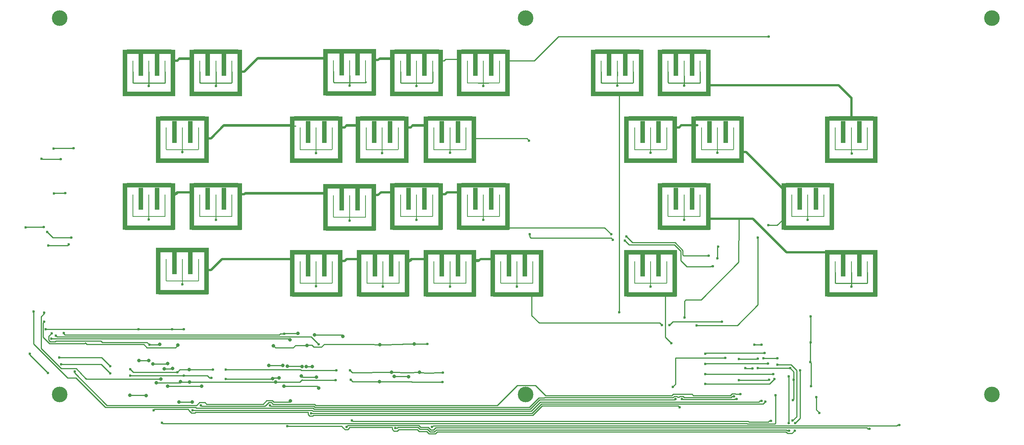
<source format=gbr>
G04 #@! TF.GenerationSoftware,KiCad,Pcbnew,5.1.5+dfsg1-2build2*
G04 #@! TF.CreationDate,2024-05-29T18:28:51+01:00*
G04 #@! TF.ProjectId,qt_touch1,71745f74-6f75-4636-9831-2e6b69636164,rev?*
G04 #@! TF.SameCoordinates,Original*
G04 #@! TF.FileFunction,Copper,L1,Top*
G04 #@! TF.FilePolarity,Positive*
%FSLAX46Y46*%
G04 Gerber Fmt 4.6, Leading zero omitted, Abs format (unit mm)*
G04 Created by KiCad (PCBNEW 5.1.5+dfsg1-2build2) date 2024-05-29 18:28:51*
%MOMM*%
%LPD*%
G04 APERTURE LIST*
%ADD10R,5.000000X1.000000*%
%ADD11R,1.000000X5.000000*%
%ADD12R,5.000000X0.250000*%
%ADD13R,0.250000X5.000000*%
%ADD14C,3.500000*%
%ADD15C,0.600000*%
%ADD16C,0.800000*%
%ADD17C,0.250000*%
%ADD18C,0.500000*%
G04 APERTURE END LIST*
D10*
X141600000Y-112700000D03*
X144700000Y-112700000D03*
X138500000Y-112700000D03*
D11*
X146800000Y-110700000D03*
X136000000Y-110700000D03*
X136000000Y-105200000D03*
X146800000Y-105200000D03*
X136000000Y-107700000D03*
X139600000Y-106200000D03*
X143200000Y-106200000D03*
X146800000Y-107700000D03*
D12*
X140200000Y-110200000D03*
X142600000Y-110200000D03*
D13*
X141400000Y-108600000D03*
X137800000Y-107700000D03*
X145000000Y-107700000D03*
D10*
X138900000Y-103200000D03*
X144000000Y-103200000D03*
X141400000Y-103200000D03*
D13*
X141400000Y-107700000D03*
D10*
X134100000Y-97700000D03*
X137200000Y-97700000D03*
X131000000Y-97700000D03*
D11*
X139300000Y-95700000D03*
X128500000Y-95700000D03*
X128500000Y-90200000D03*
X139300000Y-90200000D03*
X128500000Y-92700000D03*
X132100000Y-91200000D03*
X135700000Y-91200000D03*
X139300000Y-92700000D03*
D12*
X132700000Y-95200000D03*
X135100000Y-95200000D03*
D13*
X133900000Y-93600000D03*
X130300000Y-92700000D03*
X137500000Y-92700000D03*
D10*
X131400000Y-88200000D03*
X136500000Y-88200000D03*
X133900000Y-88200000D03*
D13*
X133900000Y-92700000D03*
D10*
X134100000Y-67700000D03*
X137200000Y-67700000D03*
X131000000Y-67700000D03*
D11*
X139300000Y-65700000D03*
X128500000Y-65700000D03*
X128500000Y-60200000D03*
X139300000Y-60200000D03*
X128500000Y-62700000D03*
X132100000Y-61200000D03*
X135700000Y-61200000D03*
X139300000Y-62700000D03*
D12*
X132700000Y-65200000D03*
X135100000Y-65200000D03*
D13*
X133900000Y-63600000D03*
X130300000Y-62700000D03*
X137500000Y-62700000D03*
D10*
X131400000Y-58200000D03*
X136500000Y-58200000D03*
X133900000Y-58200000D03*
D13*
X133900000Y-62700000D03*
D10*
X126600000Y-112700000D03*
X129700000Y-112700000D03*
X123500000Y-112700000D03*
D11*
X131800000Y-110700000D03*
X121000000Y-110700000D03*
X121000000Y-105200000D03*
X131800000Y-105200000D03*
X121000000Y-107700000D03*
X124600000Y-106200000D03*
X128200000Y-106200000D03*
X131800000Y-107700000D03*
D12*
X125200000Y-110200000D03*
X127600000Y-110200000D03*
D13*
X126400000Y-108600000D03*
X122800000Y-107700000D03*
X130000000Y-107700000D03*
D10*
X123900000Y-103200000D03*
X129000000Y-103200000D03*
X126400000Y-103200000D03*
D13*
X126400000Y-107700000D03*
D10*
X126600000Y-82700000D03*
X129700000Y-82700000D03*
X123500000Y-82700000D03*
D11*
X131800000Y-80700000D03*
X121000000Y-80700000D03*
X121000000Y-75200000D03*
X131800000Y-75200000D03*
X121000000Y-77700000D03*
X124600000Y-76200000D03*
X128200000Y-76200000D03*
X131800000Y-77700000D03*
D12*
X125200000Y-80200000D03*
X127600000Y-80200000D03*
D13*
X126400000Y-78600000D03*
X122800000Y-77700000D03*
X130000000Y-77700000D03*
D10*
X123900000Y-73200000D03*
X129000000Y-73200000D03*
X126400000Y-73200000D03*
D13*
X126400000Y-77700000D03*
D10*
X119100000Y-97700000D03*
X122200000Y-97700000D03*
X116000000Y-97700000D03*
D11*
X124300000Y-95700000D03*
X113500000Y-95700000D03*
X113500000Y-90200000D03*
X124300000Y-90200000D03*
X113500000Y-92700000D03*
X117100000Y-91200000D03*
X120700000Y-91200000D03*
X124300000Y-92700000D03*
D12*
X117700000Y-95200000D03*
X120100000Y-95200000D03*
D13*
X118900000Y-93600000D03*
X115300000Y-92700000D03*
X122500000Y-92700000D03*
D10*
X116400000Y-88200000D03*
X121500000Y-88200000D03*
X118900000Y-88200000D03*
D13*
X118900000Y-92700000D03*
D10*
X119100000Y-67700000D03*
X122200000Y-67700000D03*
X116000000Y-67700000D03*
D11*
X124300000Y-65700000D03*
X113500000Y-65700000D03*
X113500000Y-60200000D03*
X124300000Y-60200000D03*
X113500000Y-62700000D03*
X117100000Y-61200000D03*
X120700000Y-61200000D03*
X124300000Y-62700000D03*
D12*
X117700000Y-65200000D03*
X120100000Y-65200000D03*
D13*
X118900000Y-63600000D03*
X115300000Y-62700000D03*
X122500000Y-62700000D03*
D10*
X116400000Y-58200000D03*
X121500000Y-58200000D03*
X118900000Y-58200000D03*
D13*
X118900000Y-62700000D03*
D10*
X111600000Y-112700000D03*
X114700000Y-112700000D03*
X108500000Y-112700000D03*
D11*
X116800000Y-110700000D03*
X106000000Y-110700000D03*
X106000000Y-105200000D03*
X116800000Y-105200000D03*
X106000000Y-107700000D03*
X109600000Y-106200000D03*
X113200000Y-106200000D03*
X116800000Y-107700000D03*
D12*
X110200000Y-110200000D03*
X112600000Y-110200000D03*
D13*
X111400000Y-108600000D03*
X107800000Y-107700000D03*
X115000000Y-107700000D03*
D10*
X108900000Y-103200000D03*
X114000000Y-103200000D03*
X111400000Y-103200000D03*
D13*
X111400000Y-107700000D03*
D10*
X206850000Y-97700000D03*
X209950000Y-97700000D03*
X203750000Y-97700000D03*
D11*
X212050000Y-95700000D03*
X201250000Y-95700000D03*
X201250000Y-90200000D03*
X212050000Y-90200000D03*
X201250000Y-92700000D03*
X204850000Y-91200000D03*
X208450000Y-91200000D03*
X212050000Y-92700000D03*
D12*
X205450000Y-95200000D03*
X207850000Y-95200000D03*
D13*
X206650000Y-93600000D03*
X203050000Y-92700000D03*
X210250000Y-92700000D03*
D10*
X204150000Y-88200000D03*
X209250000Y-88200000D03*
X206650000Y-88200000D03*
D13*
X206650000Y-92700000D03*
D10*
X111400000Y-82700000D03*
X114500000Y-82700000D03*
X108300000Y-82700000D03*
D11*
X116600000Y-80700000D03*
X105800000Y-80700000D03*
X105800000Y-75200000D03*
X116600000Y-75200000D03*
X105800000Y-77700000D03*
X109400000Y-76200000D03*
X113000000Y-76200000D03*
X116600000Y-77700000D03*
D12*
X110000000Y-80200000D03*
X112400000Y-80200000D03*
D13*
X111200000Y-78600000D03*
X107600000Y-77700000D03*
X114800000Y-77700000D03*
D10*
X108700000Y-73200000D03*
X113800000Y-73200000D03*
X111200000Y-73200000D03*
D13*
X111200000Y-77700000D03*
D10*
X104100000Y-97900000D03*
X107200000Y-97900000D03*
X101000000Y-97900000D03*
D11*
X109300000Y-95900000D03*
X98500000Y-95900000D03*
X98500000Y-90400000D03*
X109300000Y-90400000D03*
X98500000Y-92900000D03*
X102100000Y-91400000D03*
X105700000Y-91400000D03*
X109300000Y-92900000D03*
D12*
X102700000Y-95400000D03*
X105100000Y-95400000D03*
D13*
X103900000Y-93800000D03*
X100300000Y-92900000D03*
X107500000Y-92900000D03*
D10*
X101400000Y-88400000D03*
X106500000Y-88400000D03*
X103900000Y-88400000D03*
D13*
X103900000Y-92900000D03*
D10*
X216600000Y-82700000D03*
X219700000Y-82700000D03*
X213500000Y-82700000D03*
D11*
X221800000Y-80700000D03*
X211000000Y-80700000D03*
X211000000Y-75200000D03*
X221800000Y-75200000D03*
X211000000Y-77700000D03*
X214600000Y-76200000D03*
X218200000Y-76200000D03*
X221800000Y-77700000D03*
D12*
X215200000Y-80200000D03*
X217600000Y-80200000D03*
D13*
X216400000Y-78600000D03*
X212800000Y-77700000D03*
X220000000Y-77700000D03*
D10*
X213900000Y-73200000D03*
X219000000Y-73200000D03*
X216400000Y-73200000D03*
D13*
X216400000Y-77700000D03*
D10*
X104100000Y-67600000D03*
X107200000Y-67600000D03*
X101000000Y-67600000D03*
D11*
X109300000Y-65600000D03*
X98500000Y-65600000D03*
X98500000Y-60100000D03*
X109300000Y-60100000D03*
X98500000Y-62600000D03*
X102100000Y-61100000D03*
X105700000Y-61100000D03*
X109300000Y-62600000D03*
D12*
X102700000Y-65100000D03*
X105100000Y-65100000D03*
D13*
X103900000Y-63500000D03*
X100300000Y-62600000D03*
X107500000Y-62600000D03*
D10*
X101400000Y-58100000D03*
X106500000Y-58100000D03*
X103900000Y-58100000D03*
D13*
X103900000Y-62600000D03*
D10*
X216600000Y-112700000D03*
X219700000Y-112700000D03*
X213500000Y-112700000D03*
D11*
X221800000Y-110700000D03*
X211000000Y-110700000D03*
X211000000Y-105200000D03*
X221800000Y-105200000D03*
X211000000Y-107700000D03*
X214600000Y-106200000D03*
X218200000Y-106200000D03*
X221800000Y-107700000D03*
D12*
X215200000Y-110200000D03*
X217600000Y-110200000D03*
D13*
X216400000Y-108600000D03*
X212800000Y-107700000D03*
X220000000Y-107700000D03*
D10*
X213900000Y-103200000D03*
X219000000Y-103200000D03*
X216400000Y-103200000D03*
D13*
X216400000Y-107700000D03*
D10*
X96600000Y-82700000D03*
X99700000Y-82700000D03*
X93500000Y-82700000D03*
D11*
X101800000Y-80700000D03*
X91000000Y-80700000D03*
X91000000Y-75200000D03*
X101800000Y-75200000D03*
X91000000Y-77700000D03*
X94600000Y-76200000D03*
X98200000Y-76200000D03*
X101800000Y-77700000D03*
D12*
X95200000Y-80200000D03*
X97600000Y-80200000D03*
D13*
X96400000Y-78600000D03*
X92800000Y-77700000D03*
X100000000Y-77700000D03*
D10*
X93900000Y-73200000D03*
X99000000Y-73200000D03*
X96400000Y-73200000D03*
D13*
X96400000Y-77700000D03*
D10*
X96600000Y-112700000D03*
X99700000Y-112700000D03*
X93500000Y-112700000D03*
D11*
X101800000Y-110700000D03*
X91000000Y-110700000D03*
X91000000Y-105200000D03*
X101800000Y-105200000D03*
X91000000Y-107700000D03*
X94600000Y-106200000D03*
X98200000Y-106200000D03*
X101800000Y-107700000D03*
D12*
X95200000Y-110200000D03*
X97600000Y-110200000D03*
D13*
X96400000Y-108600000D03*
X92800000Y-107700000D03*
X100000000Y-107700000D03*
D10*
X93900000Y-103200000D03*
X99000000Y-103200000D03*
X96400000Y-103200000D03*
D13*
X96400000Y-107700000D03*
D10*
X186600000Y-82700000D03*
X189700000Y-82700000D03*
X183500000Y-82700000D03*
D11*
X191800000Y-80700000D03*
X181000000Y-80700000D03*
X181000000Y-75200000D03*
X191800000Y-75200000D03*
X181000000Y-77700000D03*
X184600000Y-76200000D03*
X188200000Y-76200000D03*
X191800000Y-77700000D03*
D12*
X185200000Y-80200000D03*
X187600000Y-80200000D03*
D13*
X186400000Y-78600000D03*
X182800000Y-77700000D03*
X190000000Y-77700000D03*
D10*
X183900000Y-73200000D03*
X189000000Y-73200000D03*
X186400000Y-73200000D03*
D13*
X186400000Y-77700000D03*
D10*
X74100000Y-97700000D03*
X77200000Y-97700000D03*
X71000000Y-97700000D03*
D11*
X79300000Y-95700000D03*
X68500000Y-95700000D03*
X68500000Y-90200000D03*
X79300000Y-90200000D03*
X68500000Y-92700000D03*
X72100000Y-91200000D03*
X75700000Y-91200000D03*
X79300000Y-92700000D03*
D12*
X72700000Y-95200000D03*
X75100000Y-95200000D03*
D13*
X73900000Y-93600000D03*
X70300000Y-92700000D03*
X77500000Y-92700000D03*
D10*
X71400000Y-88200000D03*
X76500000Y-88200000D03*
X73900000Y-88200000D03*
D13*
X73900000Y-92700000D03*
D10*
X74100000Y-67700000D03*
X77200000Y-67700000D03*
X71000000Y-67700000D03*
D11*
X79300000Y-65700000D03*
X68500000Y-65700000D03*
X68500000Y-60200000D03*
X79300000Y-60200000D03*
X68500000Y-62700000D03*
X72100000Y-61200000D03*
X75700000Y-61200000D03*
X79300000Y-62700000D03*
D12*
X72700000Y-65200000D03*
X75100000Y-65200000D03*
D13*
X73900000Y-63600000D03*
X70300000Y-62700000D03*
X77500000Y-62700000D03*
D10*
X71400000Y-58200000D03*
X76500000Y-58200000D03*
X73900000Y-58200000D03*
D13*
X73900000Y-62700000D03*
D10*
X179100000Y-97700000D03*
X182200000Y-97700000D03*
X176000000Y-97700000D03*
D11*
X184300000Y-95700000D03*
X173500000Y-95700000D03*
X173500000Y-90200000D03*
X184300000Y-90200000D03*
X173500000Y-92700000D03*
X177100000Y-91200000D03*
X180700000Y-91200000D03*
X184300000Y-92700000D03*
D12*
X177700000Y-95200000D03*
X180100000Y-95200000D03*
D13*
X178900000Y-93600000D03*
X175300000Y-92700000D03*
X182500000Y-92700000D03*
D10*
X176400000Y-88200000D03*
X181500000Y-88200000D03*
X178900000Y-88200000D03*
D13*
X178900000Y-92700000D03*
D10*
X179100000Y-67700000D03*
X182200000Y-67700000D03*
X176000000Y-67700000D03*
D11*
X184300000Y-65700000D03*
X173500000Y-65700000D03*
X173500000Y-60200000D03*
X184300000Y-60200000D03*
X173500000Y-62700000D03*
X177100000Y-61200000D03*
X180700000Y-61200000D03*
X184300000Y-62700000D03*
D12*
X177700000Y-65200000D03*
X180100000Y-65200000D03*
D13*
X178900000Y-63600000D03*
X175300000Y-62700000D03*
X182500000Y-62700000D03*
D10*
X176400000Y-58200000D03*
X181500000Y-58200000D03*
X178900000Y-58200000D03*
D13*
X178900000Y-62700000D03*
D10*
X66600000Y-112200000D03*
X69700000Y-112200000D03*
X63500000Y-112200000D03*
D11*
X71800000Y-110200000D03*
X61000000Y-110200000D03*
X61000000Y-104700000D03*
X71800000Y-104700000D03*
X61000000Y-107200000D03*
X64600000Y-105700000D03*
X68200000Y-105700000D03*
X71800000Y-107200000D03*
D12*
X65200000Y-109700000D03*
X67600000Y-109700000D03*
D13*
X66400000Y-108100000D03*
X62800000Y-107200000D03*
X70000000Y-107200000D03*
D10*
X63900000Y-102700000D03*
X69000000Y-102700000D03*
X66400000Y-102700000D03*
D13*
X66400000Y-107200000D03*
D10*
X66600000Y-82700000D03*
X69700000Y-82700000D03*
X63500000Y-82700000D03*
D11*
X71800000Y-80700000D03*
X61000000Y-80700000D03*
X61000000Y-75200000D03*
X71800000Y-75200000D03*
X61000000Y-77700000D03*
X64600000Y-76200000D03*
X68200000Y-76200000D03*
X71800000Y-77700000D03*
D12*
X65200000Y-80200000D03*
X67600000Y-80200000D03*
D13*
X66400000Y-78600000D03*
X62800000Y-77700000D03*
X70000000Y-77700000D03*
D10*
X63900000Y-73200000D03*
X69000000Y-73200000D03*
X66400000Y-73200000D03*
D13*
X66400000Y-77700000D03*
D10*
X171600000Y-112700000D03*
X174700000Y-112700000D03*
X168500000Y-112700000D03*
D11*
X176800000Y-110700000D03*
X166000000Y-110700000D03*
X166000000Y-105200000D03*
X176800000Y-105200000D03*
X166000000Y-107700000D03*
X169600000Y-106200000D03*
X173200000Y-106200000D03*
X176800000Y-107700000D03*
D12*
X170200000Y-110200000D03*
X172600000Y-110200000D03*
D13*
X171400000Y-108600000D03*
X167800000Y-107700000D03*
X175000000Y-107700000D03*
D10*
X168900000Y-103200000D03*
X174000000Y-103200000D03*
X171400000Y-103200000D03*
D13*
X171400000Y-107700000D03*
D10*
X171600000Y-82700000D03*
X174700000Y-82700000D03*
X168500000Y-82700000D03*
D11*
X176800000Y-80700000D03*
X166000000Y-80700000D03*
X166000000Y-75200000D03*
X176800000Y-75200000D03*
X166000000Y-77700000D03*
X169600000Y-76200000D03*
X173200000Y-76200000D03*
X176800000Y-77700000D03*
D12*
X170200000Y-80200000D03*
X172600000Y-80200000D03*
D13*
X171400000Y-78600000D03*
X167800000Y-77700000D03*
X175000000Y-77700000D03*
D10*
X168900000Y-73200000D03*
X174000000Y-73200000D03*
X171400000Y-73200000D03*
D13*
X171400000Y-77700000D03*
D10*
X59100000Y-97700000D03*
X62200000Y-97700000D03*
X56000000Y-97700000D03*
D11*
X64300000Y-95700000D03*
X53500000Y-95700000D03*
X53500000Y-90200000D03*
X64300000Y-90200000D03*
X53500000Y-92700000D03*
X57100000Y-91200000D03*
X60700000Y-91200000D03*
X64300000Y-92700000D03*
D12*
X57700000Y-95200000D03*
X60100000Y-95200000D03*
D13*
X58900000Y-93600000D03*
X55300000Y-92700000D03*
X62500000Y-92700000D03*
D10*
X56400000Y-88200000D03*
X61500000Y-88200000D03*
X58900000Y-88200000D03*
D13*
X58900000Y-92700000D03*
D10*
X59100000Y-67700000D03*
X62200000Y-67700000D03*
X56000000Y-67700000D03*
D11*
X64300000Y-65700000D03*
X53500000Y-65700000D03*
X53500000Y-60200000D03*
X64300000Y-60200000D03*
X53500000Y-62700000D03*
X57100000Y-61200000D03*
X60700000Y-61200000D03*
X64300000Y-62700000D03*
D12*
X57700000Y-65200000D03*
X60100000Y-65200000D03*
D13*
X58900000Y-63600000D03*
X55300000Y-62700000D03*
X62500000Y-62700000D03*
D10*
X56400000Y-58200000D03*
X61500000Y-58200000D03*
X58900000Y-58200000D03*
D13*
X58900000Y-62700000D03*
D10*
X164100000Y-67700000D03*
X167200000Y-67700000D03*
X161000000Y-67700000D03*
D11*
X169300000Y-65700000D03*
X158500000Y-65700000D03*
X158500000Y-60200000D03*
X169300000Y-60200000D03*
X158500000Y-62700000D03*
X162100000Y-61200000D03*
X165700000Y-61200000D03*
X169300000Y-62700000D03*
D12*
X162700000Y-65200000D03*
X165100000Y-65200000D03*
D13*
X163900000Y-63600000D03*
X160300000Y-62700000D03*
X167500000Y-62700000D03*
D10*
X161400000Y-58200000D03*
X166500000Y-58200000D03*
X163900000Y-58200000D03*
D13*
X163900000Y-62700000D03*
D14*
X247900000Y-135200000D03*
X247900000Y-50700000D03*
X143400000Y-50700000D03*
X38900000Y-50700000D03*
X38900000Y-135200000D03*
X143400000Y-135200000D03*
D15*
X195425000Y-129275000D03*
X191200000Y-127200000D03*
X202675000Y-129225000D03*
X195425000Y-127125000D03*
X194275000Y-129350000D03*
X192600000Y-129275000D03*
X203500000Y-131900000D03*
X203325000Y-136425000D03*
X104025000Y-129700000D03*
X124800000Y-130225000D03*
X100925000Y-129775000D03*
X76125000Y-129575000D03*
X65325000Y-130125000D03*
X73225000Y-129600000D03*
X54700000Y-129450000D03*
X50200000Y-128800000D03*
X38825000Y-126900000D03*
X41500000Y-99975000D03*
X36075000Y-98700000D03*
X104200000Y-131875000D03*
X124750000Y-132350000D03*
X100775000Y-131975000D03*
X56600000Y-120525000D03*
X35791942Y-120508058D03*
X35300000Y-97575000D03*
X31275000Y-97650000D03*
X64150000Y-120525000D03*
X66775000Y-120525000D03*
X207350000Y-133325000D03*
X207175000Y-127850000D03*
X207275000Y-123475000D03*
X207325000Y-117675000D03*
X191200000Y-131950000D03*
X197950000Y-131825000D03*
X196975000Y-125875000D03*
X183662500Y-126000000D03*
X197725000Y-128200000D03*
X183662500Y-128300000D03*
X198925000Y-130550000D03*
X183662500Y-130600000D03*
X199175000Y-131675000D03*
X183662500Y-132800000D03*
X227150000Y-142025000D03*
X122400000Y-142475000D03*
X121325000Y-123850000D03*
X76150000Y-131700000D03*
X54700000Y-130925000D03*
X66725000Y-130925000D03*
D16*
X67900000Y-129600000D03*
X96000000Y-121800000D03*
X102400000Y-122100000D03*
X66000000Y-132275000D03*
X67975000Y-132325001D03*
X60600000Y-132500000D03*
X56700000Y-127500000D03*
X58900000Y-127500000D03*
X87325001Y-132325001D03*
D15*
X72950000Y-131475000D03*
X50200000Y-130425000D03*
X39210147Y-128414853D03*
X36275000Y-130350000D03*
X32200000Y-126050000D03*
D16*
X113300000Y-130200000D03*
X119600000Y-130200000D03*
X110587500Y-132287500D03*
X54600000Y-135300000D03*
X58300000Y-135400000D03*
X86800000Y-124200000D03*
X94325000Y-124150000D03*
X95500000Y-128900000D03*
X94200000Y-128900000D03*
X86600000Y-131600000D03*
X88100000Y-131400000D03*
X118400000Y-123800000D03*
X110700000Y-124000000D03*
D15*
X204900000Y-129725000D03*
X203800000Y-141575000D03*
X203700000Y-143275010D03*
X89925000Y-142275001D03*
D16*
X89900000Y-128800000D03*
X93200000Y-128900000D03*
D15*
X220500000Y-142825000D03*
X103200000Y-142425000D03*
X190074336Y-135600400D03*
X86050000Y-137599990D03*
D16*
X85800000Y-128600000D03*
X88900000Y-128600000D03*
D15*
X190675000Y-136199991D03*
X178375000Y-136199991D03*
X177900000Y-138050000D03*
X59925000Y-138674999D03*
D16*
X59800000Y-128300000D03*
X63100000Y-128200000D03*
D15*
X196317213Y-136637366D03*
X68700000Y-138675000D03*
D16*
X68600000Y-136874989D03*
X65600000Y-136874989D03*
D15*
X197108058Y-136758058D03*
X95275000Y-139400000D03*
X199400000Y-135350000D03*
X61850000Y-141475000D03*
D16*
X62300000Y-129400000D03*
X64200000Y-129300000D03*
D15*
X96950000Y-123900000D03*
X38050000Y-121950000D03*
X39150000Y-82325000D03*
X34850000Y-82250000D03*
D16*
X96500000Y-131250000D03*
X93100000Y-131000000D03*
D15*
X59025000Y-124025000D03*
X37075000Y-121425000D03*
D16*
X61300000Y-123925001D03*
D15*
X89250000Y-121550000D03*
X39825000Y-121400000D03*
X40175000Y-89925000D03*
X37650000Y-90000000D03*
D16*
X92300000Y-121474990D03*
D15*
X37050000Y-122650000D03*
D16*
X90500000Y-122924990D03*
D15*
X186400000Y-104625000D03*
X186575000Y-102000000D03*
X197850000Y-54800000D03*
X164325000Y-116675000D03*
X185350000Y-106400000D03*
X165650000Y-100625000D03*
X162950000Y-100450000D03*
X144300000Y-99200000D03*
X144150000Y-78175000D03*
X184450000Y-104025000D03*
X165950000Y-99725000D03*
X162600000Y-99200000D03*
X178975000Y-117875000D03*
X187400000Y-118850000D03*
X175650000Y-119550000D03*
X173950000Y-119600000D03*
X176025000Y-123650000D03*
X66400000Y-110450000D03*
X73900000Y-95925000D03*
X58900000Y-95900000D03*
X66400000Y-80750000D03*
X58900000Y-65900000D03*
X73900000Y-65925000D03*
X96400000Y-110900000D03*
X111375000Y-110925000D03*
X103900000Y-96125000D03*
X118900000Y-95925000D03*
X96400000Y-80950000D03*
X111200000Y-80950000D03*
X103900000Y-65850000D03*
X118900000Y-65900000D03*
X141400000Y-110950000D03*
X126400000Y-110950000D03*
X133900000Y-95950000D03*
X126400000Y-80900000D03*
X133900000Y-65925000D03*
X178900000Y-65850000D03*
X163900000Y-65850000D03*
X171400000Y-80875000D03*
X178900000Y-95950000D03*
X171400000Y-110950000D03*
X186400000Y-80925000D03*
X216400000Y-110975000D03*
X216475000Y-81025000D03*
X206650000Y-95975000D03*
X35375000Y-118825000D03*
D16*
X65400000Y-124100000D03*
D15*
X195475000Y-99925000D03*
X197825000Y-97175000D03*
X181725000Y-119625000D03*
X188164898Y-126935102D03*
X194650000Y-123975000D03*
X196250000Y-124025000D03*
X196725000Y-127050000D03*
X199850000Y-127050000D03*
X33050000Y-116575000D03*
X176350000Y-133425000D03*
X176964898Y-136185102D03*
X208525000Y-135725000D03*
X209275000Y-139300000D03*
X35450000Y-116825000D03*
X36375000Y-101725000D03*
X40875000Y-101475000D03*
D16*
X61550000Y-131650000D03*
D15*
X42275000Y-129975000D03*
X42050000Y-79850000D03*
X37525000Y-79925000D03*
D16*
X90650000Y-136599970D03*
D15*
X202400000Y-131100000D03*
X202400000Y-141575000D03*
X202450000Y-143275010D03*
X114150000Y-142725011D03*
D16*
X113900000Y-131100000D03*
X117100000Y-131200000D03*
D15*
X199850000Y-128475000D03*
X203209210Y-141035583D03*
X198400000Y-141124990D03*
X104425000Y-141025001D03*
X191550000Y-135100000D03*
X70525000Y-137599990D03*
D16*
X70700000Y-133300000D03*
X63100000Y-133300000D03*
X97000000Y-133700000D03*
X89200000Y-133300000D03*
D17*
X195475000Y-129225000D02*
X195425000Y-129275000D01*
X202675000Y-129225000D02*
X195475000Y-129225000D01*
X195350000Y-127200000D02*
X195425000Y-127125000D01*
X191200000Y-127200000D02*
X195350000Y-127200000D01*
X192675000Y-129350000D02*
X192600000Y-129275000D01*
X194275000Y-129350000D02*
X192675000Y-129350000D01*
X203500000Y-130050000D02*
X203500000Y-131900000D01*
X202675000Y-129225000D02*
X203500000Y-130050000D01*
X203500000Y-136250000D02*
X203325000Y-136425000D01*
X203500000Y-131900000D02*
X203500000Y-136250000D01*
X104025000Y-129700000D02*
X104537500Y-130212500D01*
X124787500Y-130212500D02*
X124800000Y-130225000D01*
X93125000Y-129775000D02*
X93075000Y-129725000D01*
X100925000Y-129775000D02*
X93125000Y-129775000D01*
X92925000Y-129575000D02*
X93075000Y-129725000D01*
X76125000Y-129575000D02*
X92925000Y-129575000D01*
X65325000Y-130125000D02*
X65850000Y-129600000D01*
X55375000Y-130125000D02*
X65325000Y-130125000D01*
X54700000Y-129450000D02*
X55375000Y-130125000D01*
X48300000Y-126900000D02*
X38825000Y-126900000D01*
X50200000Y-128800000D02*
X48300000Y-126900000D01*
X37350000Y-99975000D02*
X36075000Y-98700000D01*
X41500000Y-99975000D02*
X37350000Y-99975000D01*
X120825000Y-130300000D02*
X124787500Y-130212500D01*
X104200000Y-131875000D02*
X104612500Y-132287500D01*
X117850000Y-132350000D02*
X117787500Y-132287500D01*
X124750000Y-132350000D02*
X117850000Y-132350000D01*
X93350000Y-131975000D02*
X93200000Y-131825000D01*
X100775000Y-131975000D02*
X93350000Y-131975000D01*
X93200000Y-131825000D02*
X92699999Y-132325001D01*
X56600000Y-120525000D02*
X40425000Y-120525000D01*
X40408058Y-120508058D02*
X35791942Y-120508058D01*
X40425000Y-120525000D02*
X40408058Y-120508058D01*
X31350000Y-97575000D02*
X31275000Y-97650000D01*
X35300000Y-97575000D02*
X31350000Y-97575000D01*
X56600000Y-120525000D02*
X64150000Y-120525000D01*
X66775000Y-120525000D02*
X64150000Y-120525000D01*
X207350000Y-128025000D02*
X207175000Y-127850000D01*
X207350000Y-133325000D02*
X207350000Y-128025000D01*
X207175000Y-123575000D02*
X207275000Y-123475000D01*
X207175000Y-127850000D02*
X207175000Y-123575000D01*
X207325000Y-123425000D02*
X207275000Y-123475000D01*
X207325000Y-117675000D02*
X207325000Y-123425000D01*
X197825000Y-131950000D02*
X197950000Y-131825000D01*
X191200000Y-131950000D02*
X197825000Y-131950000D01*
X183787500Y-125875000D02*
X183662500Y-126000000D01*
X196975000Y-125875000D02*
X183787500Y-125875000D01*
X183762500Y-128200000D02*
X183662500Y-128300000D01*
X197725000Y-128200000D02*
X183762500Y-128200000D01*
X183712500Y-130550000D02*
X183662500Y-130600000D01*
X198925000Y-130550000D02*
X183712500Y-130550000D01*
X198050000Y-132800000D02*
X183662500Y-132800000D01*
X199175000Y-131675000D02*
X198050000Y-132800000D01*
X226725736Y-142025000D02*
X226550736Y-142200000D01*
X227150000Y-142025000D02*
X226725736Y-142025000D01*
X122675000Y-142200000D02*
X122400000Y-142475000D01*
X226550736Y-142200000D02*
X122675000Y-142200000D01*
X115750000Y-123925000D02*
X115825000Y-123850000D01*
X84150000Y-131700000D02*
X84200000Y-131650000D01*
X76150000Y-131700000D02*
X84150000Y-131700000D01*
X108325000Y-123925000D02*
X98200000Y-123925000D01*
X97599999Y-124525001D02*
X95875001Y-124525001D01*
X98200000Y-123925000D02*
X97599999Y-124525001D01*
X95400000Y-124050000D02*
X94425000Y-124050000D01*
X95875001Y-124525001D02*
X95400000Y-124050000D01*
X94325000Y-124150000D02*
X94425000Y-124050000D01*
X54700000Y-130925000D02*
X66725000Y-130925000D01*
X67900000Y-129600000D02*
X73225000Y-129600000D01*
X65850000Y-129600000D02*
X67900000Y-129600000D01*
X102100000Y-121800000D02*
X102400000Y-122100000D01*
X96000000Y-121800000D02*
X102100000Y-121800000D01*
X66050001Y-132325001D02*
X66000000Y-132275000D01*
X68125001Y-132325001D02*
X66050001Y-132325001D01*
X65775000Y-132500000D02*
X66000000Y-132275000D01*
X60600000Y-132500000D02*
X65775000Y-132500000D01*
X56700000Y-127500000D02*
X58900000Y-127500000D01*
X87325001Y-132325001D02*
X68125001Y-132325001D01*
X92699999Y-132325001D02*
X87325001Y-132325001D01*
X67149264Y-130925000D02*
X66725000Y-130925000D01*
X72525736Y-131475000D02*
X71975736Y-130925000D01*
X71975736Y-130925000D02*
X67149264Y-130925000D01*
X72950000Y-131475000D02*
X72525736Y-131475000D01*
X48189853Y-128414853D02*
X39210147Y-128414853D01*
X50200000Y-130425000D02*
X48189853Y-128414853D01*
X32200000Y-126275000D02*
X32200000Y-126050000D01*
X36275000Y-130350000D02*
X32200000Y-126275000D01*
X113300000Y-130200000D02*
X117087500Y-130212500D01*
X104537500Y-130212500D02*
X113300000Y-130200000D01*
X119600000Y-130200000D02*
X120825000Y-130300000D01*
X117087500Y-130212500D02*
X119600000Y-130200000D01*
X110587500Y-132287500D02*
X117787500Y-132287500D01*
X104612500Y-132287500D02*
X110587500Y-132287500D01*
X58200000Y-135300000D02*
X58300000Y-135400000D01*
X54600000Y-135300000D02*
X58200000Y-135300000D01*
X95500000Y-128900000D02*
X94200000Y-128900000D01*
X86500000Y-131700000D02*
X86600000Y-131600000D01*
X84150000Y-131700000D02*
X86500000Y-131700000D01*
X91775000Y-124150000D02*
X94325000Y-124150000D01*
X91249999Y-124675001D02*
X91775000Y-124150000D01*
X87275001Y-124675001D02*
X91249999Y-124675001D01*
X86800000Y-124200000D02*
X87275001Y-124675001D01*
X86800000Y-131400000D02*
X86600000Y-131600000D01*
X88100000Y-131400000D02*
X86800000Y-131400000D01*
X118400000Y-123800000D02*
X115825000Y-123850000D01*
X121325000Y-123850000D02*
X118400000Y-123800000D01*
X110700000Y-124000000D02*
X115750000Y-123925000D01*
X108325000Y-123925000D02*
X110700000Y-124000000D01*
X181500000Y-58200000D02*
X178900000Y-58200000D01*
X176400000Y-58200000D02*
X181500000Y-58200000D01*
X176850000Y-58200000D02*
X176400000Y-58200000D01*
X177100000Y-58450000D02*
X176850000Y-58200000D01*
X177100000Y-61200000D02*
X177100000Y-58450000D01*
X180950000Y-58200000D02*
X181500000Y-58200000D01*
X180700000Y-58450000D02*
X180950000Y-58200000D01*
X180700000Y-61200000D02*
X180700000Y-58450000D01*
X184250000Y-58200000D02*
X181500000Y-58200000D01*
X184300000Y-58250000D02*
X184250000Y-58200000D01*
X184300000Y-60200000D02*
X184300000Y-58250000D01*
X173500000Y-58350000D02*
X173500000Y-59874999D01*
X173650000Y-58200000D02*
X173500000Y-58350000D01*
X176400000Y-58200000D02*
X173650000Y-58200000D01*
X173500000Y-65700000D02*
X173500000Y-67850000D01*
X173650000Y-67700000D02*
X176000000Y-67700000D01*
X173500000Y-67850000D02*
X173650000Y-67700000D01*
X176000000Y-67700000D02*
X182200000Y-67700000D01*
X182200000Y-67700000D02*
X183275000Y-67700000D01*
X184300000Y-65700000D02*
X184300000Y-67150000D01*
X183750000Y-67700000D02*
X182200000Y-67700000D01*
X184300000Y-67150000D02*
X183750000Y-67700000D01*
D18*
X213575000Y-65700000D02*
X216450000Y-68575000D01*
X184300000Y-65700000D02*
X213575000Y-65700000D01*
D17*
X216450000Y-68575000D02*
X216400000Y-68500000D01*
D18*
X216400000Y-73200000D02*
X213900000Y-73200000D01*
X216400000Y-68500000D02*
X216400000Y-73200000D01*
D17*
X204900000Y-129725000D02*
X204900000Y-136525000D01*
X204900000Y-140475000D02*
X203800000Y-141575000D01*
X204900000Y-136525000D02*
X204900000Y-140475000D01*
X203074999Y-143900011D02*
X202149999Y-143900011D01*
X203700000Y-143275010D02*
X203074999Y-143900011D01*
X201839335Y-143725019D02*
X201664346Y-143550030D01*
X201975008Y-143725020D02*
X201839335Y-143725019D01*
X202149999Y-143900011D02*
X201975008Y-143725020D01*
X201664346Y-143550030D02*
X170499970Y-143550030D01*
X123097818Y-144000020D02*
X121727197Y-144000019D01*
X123547810Y-143550030D02*
X123097818Y-144000020D01*
X170499970Y-143550030D02*
X123547810Y-143550030D01*
X121727197Y-144000019D02*
X121152199Y-143425021D01*
X121152199Y-143425021D02*
X119477200Y-143425020D01*
X119477200Y-143425020D02*
X119052211Y-143000031D01*
X119052211Y-143000031D02*
X114911379Y-143000031D01*
X113849999Y-143350012D02*
X113450000Y-142950013D01*
X114561398Y-143350012D02*
X113849999Y-143350012D01*
X114911379Y-143000031D02*
X114561398Y-143350012D01*
X113450000Y-142650000D02*
X113350021Y-142550021D01*
X113450000Y-142950013D02*
X113450000Y-142650000D01*
X113350021Y-142550021D02*
X103825001Y-142550021D01*
X102899999Y-143050001D02*
X102425000Y-142575002D01*
X103500001Y-143050001D02*
X102899999Y-143050001D01*
X103825001Y-142725001D02*
X103500001Y-143050001D01*
X103825001Y-142550021D02*
X103825001Y-142725001D01*
X102124999Y-142275001D02*
X89925000Y-142275001D01*
X102425000Y-142575002D02*
X102124999Y-142275001D01*
X93100000Y-128800000D02*
X93200000Y-128900000D01*
X89900000Y-128800000D02*
X93100000Y-128800000D01*
X220075736Y-142825000D02*
X219900746Y-142650010D01*
X220500000Y-142825000D02*
X220075736Y-142825000D01*
X219900746Y-142650010D02*
X210774990Y-142650010D01*
X210774990Y-142650010D02*
X123175010Y-142650010D01*
X122099999Y-143100001D02*
X121525000Y-142525002D01*
X122725019Y-143100001D02*
X122099999Y-143100001D01*
X123175010Y-142650010D02*
X122725019Y-143100001D01*
X119850002Y-142525002D02*
X119425011Y-142100011D01*
X121525000Y-142525002D02*
X119850002Y-142525002D01*
X103524989Y-142100011D02*
X103200000Y-142425000D01*
X119425011Y-142100011D02*
X103524989Y-142100011D01*
X189650072Y-135600400D02*
X189425482Y-135824990D01*
X190074336Y-135600400D02*
X189650072Y-135600400D01*
X178675001Y-135574990D02*
X177950010Y-135574990D01*
X178925001Y-135824990D02*
X178675001Y-135574990D01*
X189425482Y-135824990D02*
X178925001Y-135824990D01*
X176689899Y-135560101D02*
X176375010Y-135874990D01*
X177264899Y-135560101D02*
X176689899Y-135560101D01*
X177479798Y-135775000D02*
X177264899Y-135560101D01*
X177750000Y-135775000D02*
X177479798Y-135775000D01*
X177950010Y-135574990D02*
X177750000Y-135775000D01*
X176375010Y-135874990D02*
X172550000Y-135874990D01*
X147588617Y-135924973D02*
X146327207Y-135924973D01*
X147638599Y-135874991D02*
X147588617Y-135924973D01*
X172550000Y-135874990D02*
X147638599Y-135874991D01*
X146327207Y-135924973D02*
X144227210Y-138024970D01*
X144227210Y-138024970D02*
X105425000Y-138024970D01*
X96097810Y-138024970D02*
X95847820Y-137774980D01*
X105425000Y-138024970D02*
X96097810Y-138024970D01*
X86224990Y-137774980D02*
X86050000Y-137599990D01*
X95847820Y-137774980D02*
X86224990Y-137774980D01*
X85800000Y-128600000D02*
X88900000Y-128600000D01*
X190250736Y-136199991D02*
X190175727Y-136275000D01*
X190675000Y-136199991D02*
X190250736Y-136199991D01*
X178450009Y-136275000D02*
X178375000Y-136199991D01*
X190175727Y-136275000D02*
X178450009Y-136275000D01*
X177900000Y-138050000D02*
X177575011Y-137725011D01*
X177575011Y-137725011D02*
X151775000Y-137725011D01*
X151775000Y-137725011D02*
X147086399Y-137725011D01*
X147086399Y-137725011D02*
X144986400Y-139825010D01*
X144986400Y-139825010D02*
X99900000Y-139825010D01*
X99900000Y-139825010D02*
X95775000Y-139825010D01*
X94974999Y-140025001D02*
X94625000Y-139675002D01*
X95575009Y-140025001D02*
X94974999Y-140025001D01*
X95775000Y-139825010D02*
X95575009Y-140025001D01*
X94625000Y-139175000D02*
X94575010Y-139125010D01*
X94625000Y-139675002D02*
X94625000Y-139175000D01*
X94575010Y-139125010D02*
X81725000Y-139125010D01*
X81725000Y-139125010D02*
X69350000Y-139125010D01*
X68399999Y-139300001D02*
X67850000Y-138750002D01*
X69175009Y-139300001D02*
X68399999Y-139300001D01*
X69350000Y-139125010D02*
X69175009Y-139300001D01*
X67850000Y-138650000D02*
X67700009Y-138500009D01*
X67850000Y-138750002D02*
X67850000Y-138650000D01*
X60099990Y-138500009D02*
X59925000Y-138674999D01*
X67700009Y-138500009D02*
X60099990Y-138500009D01*
X63000000Y-128300000D02*
X63100000Y-128200000D01*
X59800000Y-128300000D02*
X63000000Y-128300000D01*
X195892949Y-136637366D02*
X195705324Y-136824991D01*
X196317213Y-136637366D02*
X195892949Y-136637366D01*
X146700009Y-136824991D02*
X144600010Y-138924990D01*
X195705324Y-136824991D02*
X146700009Y-136824991D01*
X144600010Y-138924990D02*
X107649990Y-138924990D01*
X107649990Y-138924990D02*
X95725010Y-138924990D01*
X95475020Y-138675000D02*
X68700000Y-138675000D01*
X95725010Y-138924990D02*
X95475020Y-138675000D01*
X68600000Y-136874989D02*
X65825011Y-136874989D01*
X65825011Y-136874989D02*
X65600000Y-136874989D01*
X196591115Y-137275001D02*
X146899999Y-137275001D01*
X197108058Y-136758058D02*
X196591115Y-137275001D01*
X146899999Y-137275001D02*
X144800000Y-139375000D01*
X95300000Y-139375000D02*
X95275000Y-139400000D01*
X144800000Y-139375000D02*
X95300000Y-139375000D01*
X62025001Y-141650001D02*
X61850000Y-141475000D01*
X193099999Y-141650001D02*
X62025001Y-141650001D01*
X199400000Y-135350000D02*
X199400000Y-141600000D01*
X199400000Y-141600000D02*
X199250010Y-141749990D01*
X199250010Y-141749990D02*
X193025000Y-141749990D01*
X64100000Y-129400000D02*
X64200000Y-129300000D01*
X62300000Y-129400000D02*
X64100000Y-129400000D01*
X96950000Y-123900000D02*
X95249990Y-122199990D01*
X95249990Y-122199990D02*
X86961400Y-122199990D01*
X86961400Y-122199990D02*
X38299990Y-122199990D01*
X38299990Y-122199990D02*
X38050000Y-121950000D01*
X34925000Y-82325000D02*
X34850000Y-82250000D01*
X39150000Y-82325000D02*
X34925000Y-82325000D01*
X93350000Y-131250000D02*
X93100000Y-131000000D01*
X96500000Y-131250000D02*
X93350000Y-131250000D01*
X59025000Y-124025000D02*
X58450000Y-123450000D01*
X48425000Y-123450000D02*
X48075010Y-123100010D01*
X58450000Y-123450000D02*
X48425000Y-123450000D01*
X48075010Y-123100010D02*
X38075000Y-123100010D01*
X36424999Y-122075001D02*
X37075000Y-121425000D01*
X36424999Y-122950001D02*
X36424999Y-122075001D01*
X36749999Y-123275001D02*
X36424999Y-122950001D01*
X37900009Y-123275001D02*
X36749999Y-123275001D01*
X38075000Y-123100010D02*
X37900009Y-123275001D01*
X61200001Y-124025000D02*
X61300000Y-123925001D01*
X59025000Y-124025000D02*
X61200001Y-124025000D01*
X89250000Y-121550000D02*
X88324980Y-121550000D01*
X88324980Y-121550000D02*
X88125000Y-121749980D01*
X88125000Y-121749980D02*
X40049980Y-121749980D01*
X39825000Y-121525000D02*
X39825000Y-121400000D01*
X40049980Y-121749980D02*
X39825000Y-121525000D01*
X37725000Y-89925000D02*
X37650000Y-90000000D01*
X40175000Y-89925000D02*
X37725000Y-89925000D01*
X89325010Y-121474990D02*
X89250000Y-121550000D01*
X92300000Y-121474990D02*
X89325010Y-121474990D01*
X86775000Y-122650000D02*
X37050000Y-122650000D01*
X90225010Y-122650000D02*
X90500000Y-122924990D01*
X86775000Y-122650000D02*
X90225010Y-122650000D01*
X110050000Y-60100000D02*
X110275001Y-59874999D01*
X110275001Y-59874999D02*
X113500000Y-59874999D01*
X109300000Y-60100000D02*
X110050000Y-60100000D01*
X125050000Y-60200000D02*
X125375001Y-59874999D01*
X125375001Y-59874999D02*
X128500000Y-59874999D01*
X124300000Y-60200000D02*
X125050000Y-60200000D01*
X82975001Y-59774999D02*
X98500000Y-59774999D01*
X80050000Y-62700000D02*
X82975001Y-59774999D01*
X79300000Y-62700000D02*
X80050000Y-62700000D01*
X65375001Y-59874999D02*
X68500000Y-59874999D01*
X65050000Y-60200000D02*
X65375001Y-59874999D01*
X64300000Y-60200000D02*
X65050000Y-60200000D01*
D18*
X83350001Y-59649999D02*
X98500000Y-59649999D01*
X80300000Y-62700000D02*
X83350001Y-59649999D01*
X79300000Y-62700000D02*
X80300000Y-62700000D01*
X65750001Y-59749999D02*
X68500000Y-59749999D01*
X65300000Y-60200000D02*
X65750001Y-59749999D01*
X64300000Y-60200000D02*
X65300000Y-60200000D01*
X110650001Y-59749999D02*
X113500000Y-59749999D01*
X110300000Y-60100000D02*
X110650001Y-59749999D01*
X109300000Y-60100000D02*
X110300000Y-60100000D01*
D17*
X186400000Y-102175000D02*
X186575000Y-102000000D01*
X186400000Y-104625000D02*
X186400000Y-102175000D01*
X197850000Y-54800000D02*
X150700000Y-54800000D01*
X145300000Y-60200000D02*
X139300000Y-60200000D01*
X150700000Y-54800000D02*
X145300000Y-60200000D01*
X56400000Y-58200000D02*
X58900000Y-58200000D01*
X56850000Y-58200000D02*
X56400000Y-58200000D01*
X57100000Y-58450000D02*
X56850000Y-58200000D01*
X57100000Y-61200000D02*
X57100000Y-58450000D01*
X53500000Y-58350000D02*
X53500000Y-59874999D01*
X53650000Y-58200000D02*
X53500000Y-58350000D01*
X56400000Y-58200000D02*
X53650000Y-58200000D01*
X61500000Y-58200000D02*
X58900000Y-58200000D01*
X64300000Y-58250000D02*
X64300000Y-60200000D01*
X64250000Y-58200000D02*
X64300000Y-58250000D01*
X61500000Y-58200000D02*
X64250000Y-58200000D01*
X60700000Y-61200000D02*
X60700000Y-59700000D01*
X64300000Y-62700000D02*
X64300000Y-65700000D01*
X56000000Y-67700000D02*
X59100000Y-67700000D01*
X53500000Y-65700000D02*
X53500000Y-67375000D01*
X53825000Y-67700000D02*
X56000000Y-67700000D01*
X53500000Y-67375000D02*
X53825000Y-67700000D01*
X60950000Y-58200000D02*
X61500000Y-58200000D01*
X60700000Y-58450000D02*
X60950000Y-58200000D01*
X60700000Y-61200000D02*
X60700000Y-58450000D01*
X62075000Y-67700000D02*
X62025000Y-67750000D01*
X62200000Y-67700000D02*
X62075000Y-67700000D01*
X62025000Y-67750000D02*
X59100000Y-67700000D01*
X62200000Y-67700000D02*
X63150000Y-67700000D01*
X64300000Y-65700000D02*
X64300000Y-66975000D01*
X63575000Y-67700000D02*
X62200000Y-67700000D01*
X64300000Y-66975000D02*
X63575000Y-67700000D01*
X68500000Y-65700000D02*
X68500000Y-62700000D01*
X68500000Y-60200000D02*
X68500000Y-58150000D01*
X68550000Y-58200000D02*
X71400000Y-58200000D01*
X68500000Y-58150000D02*
X68550000Y-58200000D01*
X73900000Y-58200000D02*
X71400000Y-58200000D01*
X72350000Y-58200000D02*
X73900000Y-58200000D01*
X72100000Y-58450000D02*
X72350000Y-58200000D01*
X72100000Y-61200000D02*
X72100000Y-58450000D01*
X73900000Y-58200000D02*
X76500000Y-58200000D01*
X75950000Y-58200000D02*
X76500000Y-58200000D01*
X75700000Y-58450000D02*
X75950000Y-58200000D01*
X75700000Y-61200000D02*
X75700000Y-58450000D01*
X79300000Y-62700000D02*
X79300000Y-65700000D01*
X77200000Y-67700000D02*
X78175000Y-67700000D01*
X78175000Y-67700000D02*
X74100000Y-67700000D01*
X71000000Y-67700000D02*
X74100000Y-67700000D01*
X71000000Y-67700000D02*
X69575000Y-67700000D01*
X68500000Y-66975000D02*
X68500000Y-65700000D01*
X69225000Y-67700000D02*
X68500000Y-66975000D01*
X71000000Y-67700000D02*
X69225000Y-67700000D01*
X79300000Y-65700000D02*
X79300000Y-66600000D01*
X79300000Y-66600000D02*
X79350000Y-66650000D01*
X98500000Y-60100000D02*
X98500000Y-58100000D01*
X98500000Y-58100000D02*
X101400000Y-58100000D01*
X101400000Y-58100000D02*
X106500000Y-58100000D01*
X102350000Y-58100000D02*
X103900000Y-58100000D01*
X102100000Y-58350000D02*
X102350000Y-58100000D01*
X102100000Y-61100000D02*
X102100000Y-58350000D01*
X105700000Y-60400000D02*
X105800000Y-60300000D01*
X105700000Y-61100000D02*
X105700000Y-60400000D01*
X105700000Y-59500000D02*
X105800000Y-59400000D01*
X105700000Y-61100000D02*
X105700000Y-59500000D01*
X105800000Y-60300000D02*
X105800000Y-59400000D01*
X109300000Y-58150000D02*
X109300000Y-60100000D01*
X109250000Y-58100000D02*
X109300000Y-58150000D01*
X106500000Y-58100000D02*
X109250000Y-58100000D01*
X109300000Y-60100000D02*
X109300000Y-65600000D01*
X107200000Y-67600000D02*
X101000000Y-67600000D01*
X98500000Y-65600000D02*
X98500000Y-60100000D01*
X106500000Y-58100000D02*
X103900000Y-58100000D01*
X105950000Y-58100000D02*
X106500000Y-58100000D01*
X105700000Y-58350000D02*
X105950000Y-58100000D01*
X105700000Y-61100000D02*
X105700000Y-58350000D01*
X113500000Y-62700000D02*
X113500000Y-65700000D01*
X116000000Y-67700000D02*
X122200000Y-67700000D01*
X124300000Y-65700000D02*
X124300000Y-60200000D01*
X116400000Y-58200000D02*
X121500000Y-58200000D01*
X117100000Y-58450000D02*
X117100000Y-61200000D01*
X117350000Y-58200000D02*
X117100000Y-58450000D01*
X121500000Y-58200000D02*
X117350000Y-58200000D01*
X113500000Y-58350000D02*
X113500000Y-60200000D01*
X113650000Y-58200000D02*
X113500000Y-58350000D01*
X116400000Y-58200000D02*
X113650000Y-58200000D01*
X113500000Y-65700000D02*
X113500000Y-67700000D01*
X113500000Y-67700000D02*
X116000000Y-67700000D01*
X123400000Y-67700000D02*
X122200000Y-67700000D01*
X120950000Y-58200000D02*
X121500000Y-58200000D01*
X120700000Y-58450000D02*
X120950000Y-58200000D01*
X120700000Y-61200000D02*
X120700000Y-58450000D01*
X128500000Y-60200000D02*
X128500000Y-65700000D01*
X131000000Y-67700000D02*
X137200000Y-67700000D01*
X139300000Y-65700000D02*
X139300000Y-62700000D01*
X131400000Y-58200000D02*
X136500000Y-58200000D01*
X131850000Y-58200000D02*
X131400000Y-58200000D01*
X132100000Y-58450000D02*
X131850000Y-58200000D01*
X132100000Y-61200000D02*
X132100000Y-58450000D01*
X128500000Y-58350000D02*
X128500000Y-60200000D01*
X128650000Y-58200000D02*
X128500000Y-58350000D01*
X131400000Y-58200000D02*
X128650000Y-58200000D01*
X158500000Y-65700000D02*
X158500000Y-67500000D01*
X158700000Y-67700000D02*
X161000000Y-67700000D01*
X158500000Y-67500000D02*
X158700000Y-67700000D01*
X161000000Y-67700000D02*
X164100000Y-67700000D01*
X164100000Y-67700000D02*
X167200000Y-67700000D01*
X167200000Y-67700000D02*
X168400000Y-67700000D01*
X169300000Y-65700000D02*
X169300000Y-66550000D01*
X164325000Y-67925000D02*
X164100000Y-67700000D01*
X164325000Y-116675000D02*
X164325000Y-67925000D01*
X91760001Y-74874999D02*
X91000000Y-74874999D01*
X75375001Y-74874999D02*
X91760001Y-74874999D01*
X72550000Y-77700000D02*
X75375001Y-74874999D01*
X71800000Y-77700000D02*
X72550000Y-77700000D01*
X102875001Y-74874999D02*
X105800000Y-74874999D01*
X102550000Y-75200000D02*
X102875001Y-74874999D01*
X101800000Y-75200000D02*
X102550000Y-75200000D01*
X117675001Y-74874999D02*
X121000000Y-74874999D01*
X117350000Y-75200000D02*
X117675001Y-74874999D01*
X116600000Y-75200000D02*
X117350000Y-75200000D01*
D18*
X75750001Y-74749999D02*
X91000000Y-74749999D01*
X72800000Y-77700000D02*
X75750001Y-74749999D01*
X71800000Y-77700000D02*
X72800000Y-77700000D01*
X103250001Y-74749999D02*
X105800000Y-74749999D01*
X102800000Y-75200000D02*
X103250001Y-74749999D01*
X101800000Y-75200000D02*
X102800000Y-75200000D01*
X118050001Y-74749999D02*
X121000000Y-74749999D01*
X117600000Y-75200000D02*
X118050001Y-74749999D01*
X116600000Y-75200000D02*
X117600000Y-75200000D01*
D17*
X184925736Y-106400000D02*
X184825736Y-106500000D01*
X185350000Y-106400000D02*
X184925736Y-106400000D01*
X184825736Y-106500000D02*
X179525000Y-106500000D01*
X179525000Y-106500000D02*
X178150000Y-105125000D01*
X178150000Y-102964998D02*
X176710002Y-101525000D01*
X178150000Y-105125000D02*
X178150000Y-102964998D01*
X176710002Y-101525000D02*
X166550000Y-101525000D01*
X166550000Y-101525000D02*
X165650000Y-100625000D01*
X162950000Y-100450000D02*
X162550000Y-100050000D01*
X162550000Y-100050000D02*
X144575000Y-100050000D01*
X144300000Y-99775000D02*
X144300000Y-99200000D01*
X144575000Y-100050000D02*
X144300000Y-99775000D01*
X143675000Y-77700000D02*
X131800000Y-77700000D01*
X144150000Y-78175000D02*
X143675000Y-77700000D01*
X80175001Y-90074999D02*
X98500000Y-90074999D01*
X80050000Y-90200000D02*
X80175001Y-90074999D01*
X79300000Y-90200000D02*
X80050000Y-90200000D01*
X65375001Y-89874999D02*
X68500000Y-89874999D01*
X65050000Y-90200000D02*
X65375001Y-89874999D01*
X64300000Y-90200000D02*
X65050000Y-90200000D01*
X110575001Y-89874999D02*
X113500000Y-89874999D01*
X110050000Y-90400000D02*
X110575001Y-89874999D01*
X109300000Y-90400000D02*
X110050000Y-90400000D01*
X125375001Y-89874999D02*
X128500000Y-89874999D01*
X125050000Y-90200000D02*
X125375001Y-89874999D01*
X124300000Y-90200000D02*
X125050000Y-90200000D01*
D18*
X65250001Y-89749999D02*
X68500000Y-89749999D01*
X64300000Y-90700000D02*
X65250001Y-89749999D01*
X64300000Y-92700000D02*
X64300000Y-90700000D01*
X97639999Y-89949999D02*
X98500000Y-89949999D01*
X80550001Y-89949999D02*
X97639999Y-89949999D01*
X80300000Y-90200000D02*
X80550001Y-89949999D01*
X79300000Y-90200000D02*
X80300000Y-90200000D01*
X110950001Y-89749999D02*
X113500000Y-89749999D01*
X110300000Y-90400000D02*
X110950001Y-89749999D01*
X109300000Y-90400000D02*
X110300000Y-90400000D01*
X125750001Y-89749999D02*
X128500000Y-89749999D01*
X125300000Y-90200000D02*
X125750001Y-89749999D01*
X124300000Y-90200000D02*
X125300000Y-90200000D01*
D17*
X184450000Y-104025000D02*
X178825000Y-104025000D01*
X178600009Y-102778597D02*
X176896402Y-101074990D01*
X178600010Y-103800010D02*
X178600009Y-102778597D01*
X178825000Y-104025000D02*
X178600010Y-103800010D01*
X167299990Y-101074990D02*
X165950000Y-99725000D01*
X176896402Y-101074990D02*
X167299990Y-101074990D01*
X161100000Y-97700000D02*
X137200000Y-97700000D01*
X162600000Y-99200000D02*
X161100000Y-97700000D01*
X211000000Y-110700000D02*
X211000000Y-112500000D01*
X211200000Y-112700000D02*
X213500000Y-112700000D01*
X211000000Y-112500000D02*
X211200000Y-112700000D01*
X213500000Y-112700000D02*
X216600000Y-112700000D01*
X216600000Y-112700000D02*
X219700000Y-112700000D01*
X220725000Y-112700000D02*
X219700000Y-112700000D01*
X221800000Y-111700000D02*
X221800000Y-110700000D01*
X221800000Y-107700000D02*
X221800000Y-110700000D01*
X221800000Y-105200000D02*
X221800000Y-110700000D01*
X221800000Y-103250000D02*
X221800000Y-105200000D01*
X221750000Y-103200000D02*
X221800000Y-103250000D01*
X219000000Y-103200000D02*
X221750000Y-103200000D01*
X218450000Y-103200000D02*
X219000000Y-103200000D01*
X218200000Y-103450000D02*
X218450000Y-103200000D01*
X216650000Y-103200000D02*
X213900000Y-103200000D01*
X217950000Y-103200000D02*
X216650000Y-103200000D01*
X218200000Y-103450000D02*
X217950000Y-103200000D01*
X218200000Y-106200000D02*
X218200000Y-103450000D01*
X214600000Y-103450000D02*
X214350000Y-103200000D01*
X214350000Y-103200000D02*
X213900000Y-103200000D01*
X214600000Y-106200000D02*
X214600000Y-103450000D01*
X211000000Y-103350000D02*
X211000000Y-104874999D01*
X211150000Y-103200000D02*
X211000000Y-103350000D01*
X213900000Y-103200000D02*
X211150000Y-103200000D01*
X221800000Y-110700000D02*
X221800000Y-112125000D01*
X221225000Y-112700000D02*
X219700000Y-112700000D01*
X221800000Y-112125000D02*
X221225000Y-112700000D01*
D18*
X201850000Y-103200000D02*
X194350000Y-95700000D01*
X213900000Y-103200000D02*
X201850000Y-103200000D01*
X191200000Y-95700000D02*
X184300000Y-95700000D01*
X194350000Y-95700000D02*
X191200000Y-95700000D01*
D17*
X178975000Y-117875000D02*
X178975000Y-114250000D01*
X178975000Y-114250000D02*
X179300000Y-113925000D01*
X182700000Y-113925000D02*
X191150000Y-105475000D01*
X179300000Y-113925000D02*
X182700000Y-113925000D01*
X191150000Y-105475000D02*
X191200000Y-95700000D01*
X131875001Y-104874999D02*
X136000000Y-104874999D01*
X131800000Y-104950000D02*
X131875001Y-104874999D01*
X131800000Y-107700000D02*
X131800000Y-104950000D01*
X117875001Y-104874999D02*
X121000000Y-104874999D01*
X117550000Y-105200000D02*
X117875001Y-104874999D01*
X116800000Y-105200000D02*
X117550000Y-105200000D01*
D18*
X103250001Y-104749999D02*
X106000000Y-104749999D01*
X102800000Y-105200000D02*
X103250001Y-104749999D01*
X101800000Y-105200000D02*
X102800000Y-105200000D01*
X117750001Y-104749999D02*
X121000000Y-104749999D01*
X116800000Y-105700000D02*
X117750001Y-104749999D01*
X116800000Y-107700000D02*
X116800000Y-105700000D01*
X133250001Y-104749999D02*
X136000000Y-104749999D01*
X132800000Y-105200000D02*
X133250001Y-104749999D01*
X131800000Y-105200000D02*
X132800000Y-105200000D01*
X75250001Y-104749999D02*
X91000000Y-104749999D01*
X72800000Y-107200000D02*
X75250001Y-104749999D01*
X71800000Y-107200000D02*
X72800000Y-107200000D01*
D17*
X176350000Y-118850000D02*
X175650000Y-119550000D01*
X187400000Y-118850000D02*
X176350000Y-118850000D01*
X173950000Y-119600000D02*
X173450000Y-119100000D01*
X173450000Y-119100000D02*
X146375000Y-119100000D01*
X144700000Y-117425000D02*
X144700000Y-112700000D01*
X146375000Y-119100000D02*
X144700000Y-117425000D01*
X174700000Y-122325000D02*
X174700000Y-112700000D01*
X176025000Y-123650000D02*
X174700000Y-122325000D01*
X55425000Y-65200000D02*
X57700000Y-65200000D01*
X55300000Y-65075000D02*
X55425000Y-65200000D01*
X55300000Y-62700000D02*
X55300000Y-65075000D01*
X62500000Y-65175000D02*
X62500000Y-62700000D01*
X62475000Y-65200000D02*
X62500000Y-65175000D01*
X60100000Y-65200000D02*
X62475000Y-65200000D01*
X58900000Y-62700000D02*
X58900000Y-65900000D01*
X58900000Y-63600000D02*
X58900000Y-65900000D01*
X57700000Y-65200000D02*
X60100000Y-65200000D01*
X70425000Y-65200000D02*
X72700000Y-65200000D01*
X70300000Y-65075000D02*
X70425000Y-65200000D01*
X70300000Y-62700000D02*
X70300000Y-65075000D01*
X75450000Y-65200000D02*
X72700000Y-65200000D01*
X77500000Y-65075000D02*
X77375000Y-65200000D01*
X77500000Y-62700000D02*
X77500000Y-65075000D01*
X73900000Y-63600000D02*
X73900000Y-65925000D01*
X77100000Y-65200000D02*
X75450000Y-65200000D01*
X77375000Y-65200000D02*
X77100000Y-65200000D01*
X73900000Y-62700000D02*
X73900000Y-63600000D01*
X75100000Y-65200000D02*
X72700000Y-65200000D01*
X73900000Y-62700000D02*
X73900000Y-65925000D01*
X75100000Y-65200000D02*
X77100000Y-65200000D01*
X102700000Y-65100000D02*
X105100000Y-65100000D01*
X103900000Y-63500000D02*
X103900000Y-65850000D01*
X100425000Y-65100000D02*
X102700000Y-65100000D01*
X100300000Y-64975000D02*
X100425000Y-65100000D01*
X100300000Y-62600000D02*
X100300000Y-64975000D01*
X107475000Y-65100000D02*
X107600000Y-64975000D01*
X105100000Y-65100000D02*
X107475000Y-65100000D01*
X115425000Y-65200000D02*
X117700000Y-65200000D01*
X115300000Y-65075000D02*
X115425000Y-65200000D01*
X115300000Y-62700000D02*
X115300000Y-65075000D01*
X117700000Y-65200000D02*
X120100000Y-65200000D01*
X122375000Y-65200000D02*
X120100000Y-65200000D01*
X122500000Y-65075000D02*
X122375000Y-65200000D01*
X122500000Y-62700000D02*
X122500000Y-65075000D01*
X132700000Y-65200000D02*
X135100000Y-65200000D01*
X160425000Y-65200000D02*
X162700000Y-65200000D01*
X160300000Y-65075000D02*
X160425000Y-65200000D01*
X160300000Y-62700000D02*
X160300000Y-65075000D01*
X163900000Y-62700000D02*
X163900000Y-63600000D01*
X162700000Y-65200000D02*
X165100000Y-65200000D01*
X167375000Y-65200000D02*
X165100000Y-65200000D01*
X167500000Y-65075000D02*
X167375000Y-65200000D01*
X167500000Y-62700000D02*
X167500000Y-65075000D01*
X175425000Y-65200000D02*
X177700000Y-65200000D01*
X175300000Y-65075000D02*
X175425000Y-65200000D01*
X175300000Y-62700000D02*
X175300000Y-65075000D01*
X182500000Y-65175000D02*
X182500000Y-62700000D01*
X182475000Y-65200000D02*
X182500000Y-65175000D01*
X180100000Y-65200000D02*
X177700000Y-65200000D01*
X178900000Y-63600000D02*
X178900000Y-65850000D01*
X182175000Y-65200000D02*
X182200000Y-65225000D01*
X180100000Y-65200000D02*
X182175000Y-65200000D01*
X182200000Y-65225000D02*
X182475000Y-65200000D01*
X212925000Y-110200000D02*
X215200000Y-110200000D01*
X219875000Y-110200000D02*
X217600000Y-110200000D01*
X220000000Y-110075000D02*
X219875000Y-110200000D01*
X220000000Y-107700000D02*
X220000000Y-110075000D01*
X214850000Y-110200000D02*
X217600000Y-110200000D01*
X212925000Y-110200000D02*
X214850000Y-110200000D01*
X212800000Y-110075000D02*
X212925000Y-110200000D01*
X212800000Y-107700000D02*
X212800000Y-110075000D01*
X216400000Y-108600000D02*
X216400000Y-110975000D01*
X216400000Y-108600000D02*
X216400000Y-107700000D01*
X215200000Y-110200000D02*
X217600000Y-110200000D01*
X58475001Y-124650001D02*
X57725010Y-123900010D01*
X61849999Y-124650001D02*
X58475001Y-124650001D01*
X44950010Y-123900010D02*
X44600020Y-123550020D01*
X57725010Y-123900010D02*
X44950010Y-123900010D01*
X35166941Y-119033059D02*
X35375000Y-118825000D01*
X35166941Y-122328353D02*
X35166941Y-119033059D01*
X36563598Y-123725010D02*
X35166941Y-122328353D01*
X44425030Y-123725010D02*
X36563598Y-123725010D01*
X44600020Y-123550020D02*
X44425030Y-123725010D01*
X64849999Y-124650001D02*
X65400000Y-124100000D01*
X61849999Y-124650001D02*
X64849999Y-124650001D01*
D18*
X181860001Y-74749999D02*
X181000000Y-74749999D01*
X178250001Y-74749999D02*
X181860001Y-74749999D01*
X177800000Y-75200000D02*
X178250001Y-74749999D01*
X176800000Y-75200000D02*
X177800000Y-75200000D01*
X201250000Y-89150000D02*
X201250000Y-89749999D01*
X192800000Y-80700000D02*
X201250000Y-89150000D01*
X191800000Y-80700000D02*
X192800000Y-80700000D01*
D17*
X199775000Y-97175000D02*
X201250000Y-95700000D01*
X197825000Y-97175000D02*
X199775000Y-97175000D01*
X195475000Y-105500000D02*
X195475000Y-103225000D01*
X195475000Y-103225000D02*
X195475000Y-104650000D01*
X195475000Y-99925000D02*
X195475000Y-103225000D01*
X195475000Y-115025000D02*
X195475000Y-105500000D01*
X190875000Y-119625000D02*
X195475000Y-115025000D01*
X181725000Y-119625000D02*
X190875000Y-119625000D01*
X176964898Y-126935102D02*
X176950000Y-126950000D01*
X188164898Y-126935102D02*
X176964898Y-126935102D01*
X196200000Y-123975000D02*
X196250000Y-124025000D01*
X194650000Y-123975000D02*
X196200000Y-123975000D01*
X196725000Y-127050000D02*
X199850000Y-127050000D01*
X176964898Y-136185102D02*
X176825000Y-136325000D01*
X176825000Y-136325000D02*
X147825000Y-136325000D01*
X147775019Y-136374981D02*
X146513608Y-136374982D01*
X147825000Y-136325000D02*
X147775019Y-136374981D01*
X146513608Y-136374982D02*
X144413610Y-138474980D01*
X144413610Y-138474980D02*
X97074980Y-138474980D01*
X97074980Y-138474980D02*
X95911410Y-138474980D01*
X95911410Y-138474980D02*
X95661420Y-138224990D01*
X95661420Y-138224990D02*
X69525000Y-138224990D01*
X69350009Y-138049999D02*
X49149999Y-138049999D01*
X69525000Y-138224990D02*
X69350009Y-138049999D01*
X49149999Y-138049999D02*
X42500000Y-131400000D01*
X42500000Y-131400000D02*
X40675000Y-131400000D01*
X33050000Y-123775000D02*
X33050000Y-116575000D01*
X40675000Y-131400000D02*
X33050000Y-123775000D01*
X176964898Y-132810102D02*
X176350000Y-133425000D01*
X176964898Y-126935102D02*
X176964898Y-132810102D01*
X208525000Y-138550000D02*
X209275000Y-139300000D01*
X208525000Y-135725000D02*
X208525000Y-138550000D01*
X42575002Y-129350000D02*
X39261410Y-129350000D01*
X34716931Y-124805521D02*
X34716931Y-117691931D01*
X39261410Y-129350000D02*
X34716931Y-124805521D01*
X35450000Y-116958862D02*
X35450000Y-116825000D01*
X34716931Y-117691931D02*
X35450000Y-116958862D01*
X40625000Y-101725000D02*
X40875000Y-101475000D01*
X36375000Y-101725000D02*
X40625000Y-101725000D01*
X44750000Y-131650000D02*
X44600000Y-131500000D01*
X61550000Y-131650000D02*
X44750000Y-131650000D01*
X44600000Y-131500000D02*
X42575002Y-129350000D01*
X44775002Y-131550000D02*
X44600000Y-131500000D01*
X85300021Y-136524979D02*
X84500030Y-137324970D01*
X86536401Y-136524979D02*
X85300021Y-136524979D01*
X86886382Y-136874960D02*
X86536401Y-136524979D01*
X84500030Y-137324970D02*
X71799970Y-137324970D01*
X70224999Y-136974989D02*
X69593210Y-137606778D01*
X71449989Y-136974989D02*
X70224999Y-136974989D01*
X71799970Y-137324970D02*
X71449989Y-136974989D01*
X69593210Y-137606778D02*
X69593210Y-137656790D01*
X69536409Y-137599989D02*
X49499989Y-137599989D01*
X69593210Y-137656790D02*
X69536409Y-137599989D01*
X42275000Y-130375000D02*
X42275000Y-129975000D01*
X49499989Y-137599989D02*
X42275000Y-130375000D01*
X37600000Y-79850000D02*
X37525000Y-79925000D01*
X42050000Y-79850000D02*
X37600000Y-79850000D01*
X90375010Y-136874960D02*
X90650000Y-136599970D01*
X86886382Y-136874960D02*
X90375010Y-136874960D01*
X202400000Y-131100000D02*
X202400000Y-141575000D01*
X202025736Y-143275010D02*
X201850746Y-143100020D01*
X202450000Y-143275010D02*
X202025736Y-143275010D01*
X201850746Y-143100020D02*
X194150000Y-143100020D01*
X194150000Y-143100020D02*
X148375000Y-143100020D01*
X148375000Y-143100020D02*
X123361410Y-143100020D01*
X123361410Y-143100020D02*
X123080715Y-143380715D01*
X122911419Y-143550011D02*
X121913598Y-143550010D01*
X123080715Y-143380715D02*
X122911419Y-143550011D01*
X121913598Y-143550010D02*
X121338600Y-142975012D01*
X121338600Y-142975012D02*
X119663601Y-142975011D01*
X119663601Y-142975011D02*
X119238611Y-142550021D01*
X119238611Y-142550021D02*
X114724979Y-142550021D01*
X114549989Y-142725011D02*
X114150000Y-142725011D01*
X114724979Y-142550021D02*
X114549989Y-142725011D01*
X117000000Y-131100000D02*
X117100000Y-131200000D01*
X113900000Y-131100000D02*
X117000000Y-131100000D01*
X202850002Y-128475000D02*
X204125000Y-129749998D01*
X199850000Y-128475000D02*
X202850002Y-128475000D01*
X204125000Y-129749998D02*
X204125000Y-134275000D01*
X204125000Y-140119793D02*
X203209210Y-141035583D01*
X204125000Y-134275000D02*
X204125000Y-140119793D01*
X197975736Y-141124990D02*
X197800746Y-141299980D01*
X198400000Y-141124990D02*
X197975736Y-141124990D01*
X193386388Y-141299980D02*
X193286399Y-141199991D01*
X197800746Y-141299980D02*
X193386388Y-141299980D01*
X193286399Y-141199991D02*
X153124991Y-141199991D01*
X153124991Y-141199991D02*
X145675000Y-141199991D01*
X145675000Y-141199991D02*
X140925000Y-141199991D01*
X140925000Y-141199991D02*
X104525000Y-141199991D01*
X104525000Y-141125001D02*
X104425000Y-141025001D01*
X104525000Y-141199991D02*
X104525000Y-141125001D01*
X190374337Y-134975399D02*
X189638663Y-134975399D01*
X190498938Y-135100000D02*
X190374337Y-134975399D01*
X191550000Y-135100000D02*
X190498938Y-135100000D01*
X189638663Y-134975399D02*
X189239082Y-135374980D01*
X189239082Y-135374980D02*
X180924980Y-135374980D01*
X176503499Y-135110091D02*
X176244295Y-135369295D01*
X180660091Y-135110091D02*
X176503499Y-135110091D01*
X180924980Y-135374980D02*
X180660091Y-135110091D01*
X176188610Y-135424980D02*
X147874980Y-135424980D01*
X176244295Y-135369295D02*
X176188610Y-135424980D01*
X147874980Y-135424980D02*
X145575000Y-133125000D01*
X145575000Y-133125000D02*
X141500000Y-133125000D01*
X141500000Y-133125000D02*
X137200000Y-137425000D01*
X137175000Y-137425000D02*
X137025040Y-137574960D01*
X137200000Y-137425000D02*
X137175000Y-137425000D01*
X137025040Y-137574960D02*
X124225000Y-137574960D01*
X124225000Y-137574960D02*
X108000000Y-137574960D01*
X96284210Y-137574960D02*
X96034220Y-137324970D01*
X108000000Y-137574960D02*
X96284210Y-137574960D01*
X96034220Y-137324970D02*
X94875000Y-137324970D01*
X94875000Y-137324970D02*
X86675001Y-137324970D01*
X85749999Y-136974989D02*
X85025000Y-137699988D01*
X86350001Y-136974989D02*
X85749999Y-136974989D01*
X86675001Y-137299989D02*
X86350001Y-136974989D01*
X86675001Y-137324970D02*
X86675001Y-137299989D01*
X84950012Y-137699988D02*
X84875020Y-137774980D01*
X85025000Y-137699988D02*
X84950012Y-137699988D01*
X70699990Y-137774980D02*
X70525000Y-137599990D01*
X84875020Y-137774980D02*
X70699990Y-137774980D01*
X70700000Y-133300000D02*
X63100000Y-133300000D01*
X96600000Y-133300000D02*
X89200000Y-133300000D01*
X97000000Y-133700000D02*
X96600000Y-133300000D01*
M02*

</source>
